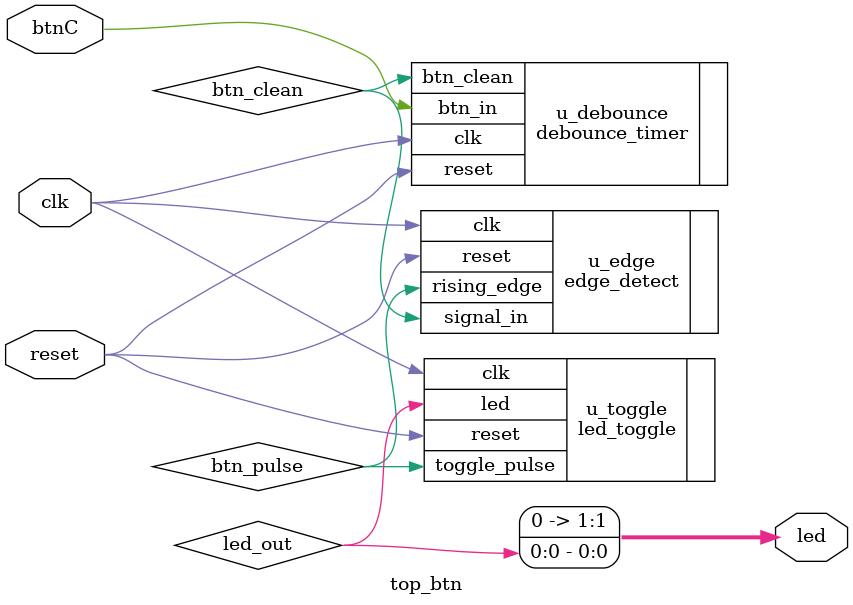
<source format=v>
`timescale 1ns / 1ps

module top_btn(
    input  wire clk,
    input  wire reset,
    input  wire btnC,
    output wire [1:0] led
);

    wire btn_clean;
    wire btn_pulse;
    wire led_out;

    debounce_timer u_debounce (
        .clk(clk),
        .reset(reset),
        .btn_in(btnC),
        .btn_clean(btn_clean)
    );

    edge_detect u_edge (
        .clk(clk),
        .reset(reset),
        .signal_in(btn_clean),
        .rising_edge(btn_pulse)
    );

    led_toggle u_toggle (
        .clk(clk),
        .reset(reset),
        .toggle_pulse(btn_pulse),
        .led(led_out)
    );

    assign led[0] = led_out;
    assign led[1] = 1'b0;

endmodule

</source>
